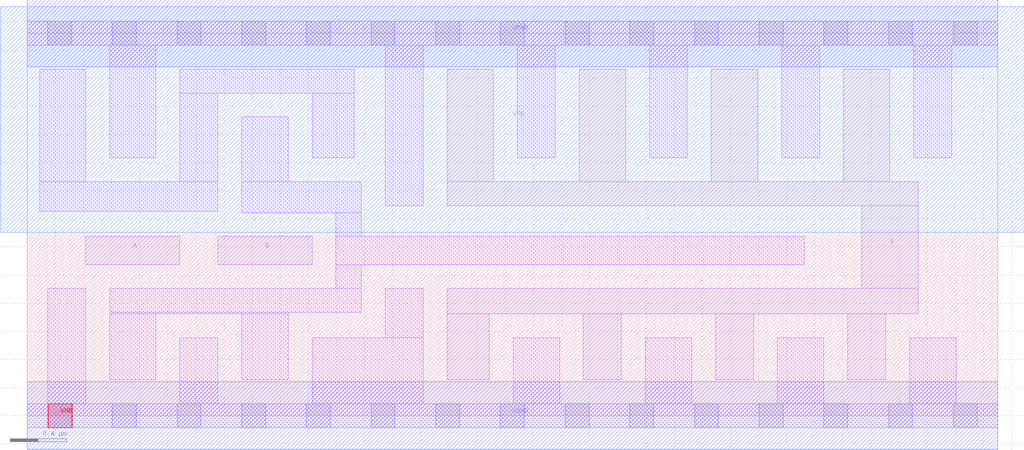
<source format=lef>
# Copyright 2020 The SkyWater PDK Authors
#
# Licensed under the Apache License, Version 2.0 (the "License");
# you may not use this file except in compliance with the License.
# You may obtain a copy of the License at
#
#     https://www.apache.org/licenses/LICENSE-2.0
#
# Unless required by applicable law or agreed to in writing, software
# distributed under the License is distributed on an "AS IS" BASIS,
# WITHOUT WARRANTIES OR CONDITIONS OF ANY KIND, either express or implied.
# See the License for the specific language governing permissions and
# limitations under the License.
#
# SPDX-License-Identifier: Apache-2.0

VERSION 5.7 ;
  NOWIREEXTENSIONATPIN ON ;
  DIVIDERCHAR "/" ;
  BUSBITCHARS "[]" ;
PROPERTYDEFINITIONS
  MACRO maskLayoutSubType STRING ;
  MACRO prCellType STRING ;
  MACRO originalViewName STRING ;
END PROPERTYDEFINITIONS
MACRO sky130_fd_sc_hdll__or2_8
  CLASS CORE ;
  FOREIGN sky130_fd_sc_hdll__or2_8 ;
  ORIGIN  0.000000  0.000000 ;
  SIZE  6.900000 BY  2.720000 ;
  SYMMETRY X Y R90 ;
  SITE unithd ;
  PIN A
    ANTENNAGATEAREA  0.555000 ;
    DIRECTION INPUT ;
    USE SIGNAL ;
    PORT
      LAYER li1 ;
        RECT 0.415000 1.075000 1.085000 1.275000 ;
    END
  END A
  PIN B
    ANTENNAGATEAREA  0.555000 ;
    DIRECTION INPUT ;
    USE SIGNAL ;
    PORT
      LAYER li1 ;
        RECT 1.355000 1.075000 2.025000 1.275000 ;
    END
  END B
  PIN X
    ANTENNADIFFAREA  1.862000 ;
    DIRECTION OUTPUT ;
    USE SIGNAL ;
    PORT
      LAYER li1 ;
        RECT 2.985000 0.255000 3.285000 0.725000 ;
        RECT 2.985000 0.725000 6.335000 0.905000 ;
        RECT 2.985000 1.495000 6.335000 1.665000 ;
        RECT 2.985000 1.665000 3.315000 2.465000 ;
        RECT 3.925000 1.665000 4.255000 2.465000 ;
        RECT 3.955000 0.255000 4.225000 0.725000 ;
        RECT 4.865000 1.665000 5.195000 2.465000 ;
        RECT 4.895000 0.255000 5.165000 0.725000 ;
        RECT 5.805000 1.665000 6.135000 2.465000 ;
        RECT 5.835000 0.255000 6.105000 0.725000 ;
        RECT 5.935000 0.905000 6.335000 1.495000 ;
    END
  END X
  PIN VGND
    DIRECTION INOUT ;
    USE GROUND ;
    PORT
      LAYER met1 ;
        RECT 0.000000 -0.240000 6.900000 0.240000 ;
    END
  END VGND
  PIN VNB
    DIRECTION INOUT ;
    USE GROUND ;
    PORT
      LAYER pwell ;
        RECT 0.150000 -0.085000 0.320000 0.085000 ;
    END
  END VNB
  PIN VPB
    DIRECTION INOUT ;
    USE POWER ;
    PORT
      LAYER nwell ;
        RECT -0.190000 1.305000 7.090000 2.910000 ;
    END
  END VPB
  PIN VPWR
    DIRECTION INOUT ;
    USE POWER ;
    PORT
      LAYER met1 ;
        RECT 0.000000 2.480000 6.900000 2.960000 ;
    END
  END VPWR
  OBS
    LAYER li1 ;
      RECT 0.000000 -0.085000 6.900000 0.085000 ;
      RECT 0.000000  2.635000 6.900000 2.805000 ;
      RECT 0.090000  1.455000 1.355000 1.665000 ;
      RECT 0.090000  1.665000 0.415000 2.465000 ;
      RECT 0.145000  0.085000 0.415000 0.905000 ;
      RECT 0.585000  0.255000 0.915000 0.725000 ;
      RECT 0.585000  0.725000 1.855000 0.735000 ;
      RECT 0.585000  0.735000 2.375000 0.905000 ;
      RECT 0.585000  1.835000 0.915000 2.635000 ;
      RECT 1.085000  0.085000 1.355000 0.555000 ;
      RECT 1.085000  1.665000 1.355000 2.295000 ;
      RECT 1.085000  2.295000 2.325000 2.465000 ;
      RECT 1.525000  0.255000 1.855000 0.725000 ;
      RECT 1.525000  1.445000 2.375000 1.665000 ;
      RECT 1.525000  1.665000 1.855000 2.125000 ;
      RECT 2.025000  0.085000 2.815000 0.555000 ;
      RECT 2.025000  1.835000 2.325000 2.295000 ;
      RECT 2.195000  0.905000 2.375000 1.075000 ;
      RECT 2.195000  1.075000 5.525000 1.275000 ;
      RECT 2.195000  1.275000 2.375000 1.445000 ;
      RECT 2.545000  0.555000 2.815000 0.905000 ;
      RECT 2.545000  1.495000 2.815000 2.635000 ;
      RECT 3.455000  0.085000 3.785000 0.555000 ;
      RECT 3.485000  1.835000 3.755000 2.635000 ;
      RECT 4.395000  0.085000 4.725000 0.555000 ;
      RECT 4.425000  1.835000 4.695000 2.635000 ;
      RECT 5.335000  0.085000 5.665000 0.555000 ;
      RECT 5.365000  1.835000 5.635000 2.635000 ;
      RECT 6.275000  0.085000 6.605000 0.555000 ;
      RECT 6.305000  1.835000 6.575000 2.635000 ;
    LAYER mcon ;
      RECT 0.145000 -0.085000 0.315000 0.085000 ;
      RECT 0.145000  2.635000 0.315000 2.805000 ;
      RECT 0.605000 -0.085000 0.775000 0.085000 ;
      RECT 0.605000  2.635000 0.775000 2.805000 ;
      RECT 1.065000 -0.085000 1.235000 0.085000 ;
      RECT 1.065000  2.635000 1.235000 2.805000 ;
      RECT 1.525000 -0.085000 1.695000 0.085000 ;
      RECT 1.525000  2.635000 1.695000 2.805000 ;
      RECT 1.985000 -0.085000 2.155000 0.085000 ;
      RECT 1.985000  2.635000 2.155000 2.805000 ;
      RECT 2.445000 -0.085000 2.615000 0.085000 ;
      RECT 2.445000  2.635000 2.615000 2.805000 ;
      RECT 2.905000 -0.085000 3.075000 0.085000 ;
      RECT 2.905000  2.635000 3.075000 2.805000 ;
      RECT 3.365000 -0.085000 3.535000 0.085000 ;
      RECT 3.365000  2.635000 3.535000 2.805000 ;
      RECT 3.825000 -0.085000 3.995000 0.085000 ;
      RECT 3.825000  2.635000 3.995000 2.805000 ;
      RECT 4.285000 -0.085000 4.455000 0.085000 ;
      RECT 4.285000  2.635000 4.455000 2.805000 ;
      RECT 4.745000 -0.085000 4.915000 0.085000 ;
      RECT 4.745000  2.635000 4.915000 2.805000 ;
      RECT 5.205000 -0.085000 5.375000 0.085000 ;
      RECT 5.205000  2.635000 5.375000 2.805000 ;
      RECT 5.665000 -0.085000 5.835000 0.085000 ;
      RECT 5.665000  2.635000 5.835000 2.805000 ;
      RECT 6.125000 -0.085000 6.295000 0.085000 ;
      RECT 6.125000  2.635000 6.295000 2.805000 ;
      RECT 6.585000 -0.085000 6.755000 0.085000 ;
      RECT 6.585000  2.635000 6.755000 2.805000 ;
  END
  PROPERTY maskLayoutSubType "abstract" ;
  PROPERTY prCellType "standard" ;
  PROPERTY originalViewName "layout" ;
END sky130_fd_sc_hdll__or2_8
END LIBRARY

</source>
